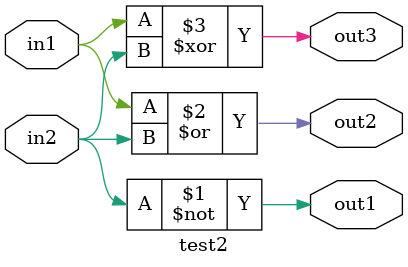
<source format=v>
module test2(out1, 
             out2,
             out3, 
             in1, 
             in2);
            
input  in1, in2;
output out1 ,out2, out3;

assign out1 = ~in2;         //not
assign out2 = in1 | in2;   //or
assign out3 = in1 ^ in2;   //xor

endmodule

</source>
